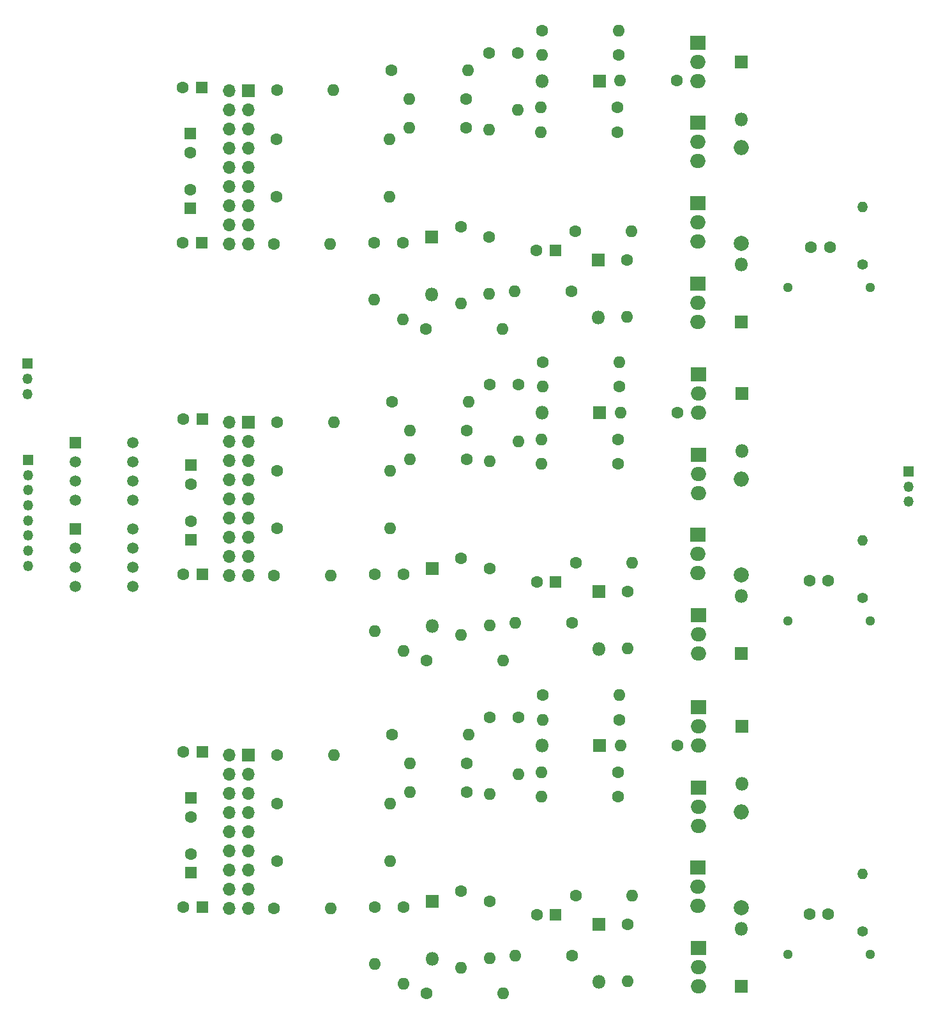
<source format=gbr>
%TF.GenerationSoftware,KiCad,Pcbnew,(5.1.7)-1*%
%TF.CreationDate,2021-02-09T15:47:09-06:00*%
%TF.ProjectId,LED-Driver-Board,4c45442d-4472-4697-9665-722d426f6172,rev?*%
%TF.SameCoordinates,Original*%
%TF.FileFunction,Soldermask,Bot*%
%TF.FilePolarity,Negative*%
%FSLAX46Y46*%
G04 Gerber Fmt 4.6, Leading zero omitted, Abs format (unit mm)*
G04 Created by KiCad (PCBNEW (5.1.7)-1) date 2021-02-09 15:47:09*
%MOMM*%
%LPD*%
G01*
G04 APERTURE LIST*
%ADD10C,1.600000*%
%ADD11O,1.600000X1.600000*%
%ADD12C,1.498600*%
%ADD13R,1.498600X1.498600*%
%ADD14R,2.000000X1.905000*%
%ADD15O,2.000000X1.905000*%
%ADD16R,1.600000X1.600000*%
%ADD17R,1.800000X1.800000*%
%ADD18O,1.800000X1.800000*%
%ADD19R,1.700000X1.700000*%
%ADD20O,1.700000X1.700000*%
%ADD21C,2.000000*%
%ADD22O,2.000000X2.000000*%
%ADD23O,1.400000X1.400000*%
%ADD24C,1.400000*%
%ADD25R,1.350000X1.350000*%
%ADD26O,1.350000X1.350000*%
%ADD27C,1.295400*%
G04 APERTURE END LIST*
D10*
%TO.C,C8*%
X82246000Y-52738000D03*
D11*
X97246000Y-52738000D03*
%TD*%
D10*
%TO.C,C8*%
X82316000Y-96688000D03*
D11*
X97316000Y-96688000D03*
%TD*%
D12*
%TO.C,U2*%
X63246000Y-104394000D03*
X63246000Y-106934000D03*
X63246000Y-109474000D03*
X63246000Y-112014000D03*
X55626000Y-112014000D03*
X55626000Y-109474000D03*
X55626000Y-106934000D03*
D13*
X55626000Y-104394000D03*
%TD*%
D14*
%TO.C,U3*%
X138178000Y-149290000D03*
D15*
X138178000Y-151830000D03*
X138178000Y-154370000D03*
%TD*%
D14*
%TO.C,U4*%
X138188000Y-128010000D03*
D15*
X138188000Y-130550000D03*
X138188000Y-133090000D03*
%TD*%
D10*
%TO.C,C2*%
X114320000Y-129388000D03*
D11*
X114320000Y-136888000D03*
%TD*%
D10*
%TO.C,R5*%
X102128000Y-165964000D03*
D11*
X112288000Y-165964000D03*
%TD*%
D14*
%TO.C,U2*%
X138188000Y-159950000D03*
D15*
X138188000Y-162490000D03*
X138188000Y-165030000D03*
%TD*%
D14*
%TO.C,U5*%
X138188000Y-138650000D03*
D15*
X138188000Y-141190000D03*
X138188000Y-143730000D03*
%TD*%
D10*
%TO.C,C7*%
X107462000Y-135484000D03*
D11*
X99962000Y-135484000D03*
%TD*%
D10*
%TO.C,C13*%
X121448000Y-160940000D03*
D11*
X113948000Y-160940000D03*
%TD*%
D10*
%TO.C,C11*%
X81954000Y-154670000D03*
D11*
X89454000Y-154670000D03*
%TD*%
D16*
%TO.C,C14*%
X70886000Y-140056000D03*
D10*
X70886000Y-142556000D03*
%TD*%
D16*
%TO.C,C15*%
X70886000Y-149962000D03*
D10*
X70886000Y-147462000D03*
%TD*%
D16*
%TO.C,C16*%
X72410000Y-133960000D03*
D10*
X69910000Y-133960000D03*
%TD*%
D16*
%TO.C,C17*%
X72410000Y-154534000D03*
D10*
X69910000Y-154534000D03*
%TD*%
%TO.C,C9*%
X82316000Y-148438000D03*
D11*
X97316000Y-148438000D03*
%TD*%
D10*
%TO.C,C1*%
X128798000Y-156820000D03*
D11*
X128798000Y-164320000D03*
%TD*%
D10*
%TO.C,C3*%
X121940000Y-153010000D03*
D11*
X129440000Y-153010000D03*
%TD*%
D10*
%TO.C,C8*%
X82316000Y-140818000D03*
D11*
X97316000Y-140818000D03*
%TD*%
D10*
%TO.C,C10*%
X82384000Y-134330000D03*
D11*
X89884000Y-134330000D03*
%TD*%
D16*
%TO.C,C12*%
X119288000Y-155520000D03*
D10*
X116788000Y-155520000D03*
%TD*%
%TO.C,C4*%
X110510000Y-153772000D03*
D11*
X110510000Y-161272000D03*
%TD*%
D10*
%TO.C,C5*%
X95270000Y-154534000D03*
D11*
X95270000Y-162034000D03*
%TD*%
D10*
%TO.C,C6*%
X107462000Y-139294000D03*
D11*
X99962000Y-139294000D03*
%TD*%
D10*
%TO.C,R11*%
X97556000Y-131674000D03*
D11*
X107716000Y-131674000D03*
%TD*%
D10*
%TO.C,R7*%
X110510000Y-129388000D03*
D11*
X110510000Y-139548000D03*
%TD*%
D10*
%TO.C,R9*%
X127748000Y-129660000D03*
D11*
X117588000Y-129660000D03*
%TD*%
D10*
%TO.C,C18*%
X135388000Y-133060000D03*
D11*
X127888000Y-133060000D03*
%TD*%
D17*
%TO.C,D3*%
X143928000Y-164990000D03*
D18*
X143928000Y-157370000D03*
%TD*%
D17*
%TO.C,D2*%
X124988000Y-156820000D03*
D18*
X124988000Y-164440000D03*
%TD*%
D10*
%TO.C,R10*%
X117558000Y-126400000D03*
D11*
X127718000Y-126400000D03*
%TD*%
D17*
%TO.C,D4*%
X143968000Y-130530000D03*
D18*
X143968000Y-138150000D03*
%TD*%
D17*
%TO.C,D1*%
X102908000Y-153772000D03*
D18*
X102908000Y-161392000D03*
%TD*%
D17*
%TO.C,D5*%
X125138000Y-133100000D03*
D18*
X117518000Y-133100000D03*
%TD*%
D19*
%TO.C,HDR1*%
X78564000Y-134370000D03*
D20*
X76024000Y-134370000D03*
X78564000Y-136910000D03*
X76024000Y-136910000D03*
X78564000Y-139450000D03*
X76024000Y-139450000D03*
X78564000Y-141990000D03*
X76024000Y-141990000D03*
X78564000Y-144530000D03*
X76024000Y-144530000D03*
X78564000Y-147070000D03*
X76024000Y-147070000D03*
X78564000Y-149610000D03*
X76024000Y-149610000D03*
X78564000Y-152150000D03*
X76024000Y-152150000D03*
X78564000Y-154690000D03*
X76024000Y-154690000D03*
%TD*%
D21*
%TO.C,L1*%
X143928000Y-154600000D03*
D22*
X143928000Y-141900000D03*
%TD*%
D10*
%TO.C,R1*%
X99080000Y-154534000D03*
D11*
X99080000Y-164694000D03*
%TD*%
D10*
%TO.C,R2*%
X106758000Y-152414000D03*
D11*
X106758000Y-162574000D03*
%TD*%
D10*
%TO.C,R4*%
X127518000Y-139890000D03*
D11*
X117358000Y-139890000D03*
%TD*%
D10*
%TO.C,R3*%
X127548000Y-136620000D03*
D11*
X117388000Y-136620000D03*
%TD*%
D14*
%TO.C,U3*%
X138178000Y-105160000D03*
D15*
X138178000Y-107700000D03*
X138178000Y-110240000D03*
%TD*%
D14*
%TO.C,U4*%
X138188000Y-83880000D03*
D15*
X138188000Y-86420000D03*
X138188000Y-88960000D03*
%TD*%
D10*
%TO.C,C2*%
X114320000Y-85258000D03*
D11*
X114320000Y-92758000D03*
%TD*%
D10*
%TO.C,R5*%
X102128000Y-121834000D03*
D11*
X112288000Y-121834000D03*
%TD*%
D14*
%TO.C,U2*%
X138188000Y-115820000D03*
D15*
X138188000Y-118360000D03*
X138188000Y-120900000D03*
%TD*%
D14*
%TO.C,U5*%
X138188000Y-94520000D03*
D15*
X138188000Y-97060000D03*
X138188000Y-99600000D03*
%TD*%
D10*
%TO.C,C7*%
X107462000Y-91354000D03*
D11*
X99962000Y-91354000D03*
%TD*%
D10*
%TO.C,C13*%
X121448000Y-116810000D03*
D11*
X113948000Y-116810000D03*
%TD*%
D10*
%TO.C,C11*%
X81954000Y-110540000D03*
D11*
X89454000Y-110540000D03*
%TD*%
D16*
%TO.C,C14*%
X70886000Y-95926000D03*
D10*
X70886000Y-98426000D03*
%TD*%
D16*
%TO.C,C15*%
X70886000Y-105832000D03*
D10*
X70886000Y-103332000D03*
%TD*%
D16*
%TO.C,C16*%
X72410000Y-89830000D03*
D10*
X69910000Y-89830000D03*
%TD*%
D16*
%TO.C,C17*%
X72410000Y-110404000D03*
D10*
X69910000Y-110404000D03*
%TD*%
%TO.C,C9*%
X82316000Y-104308000D03*
D11*
X97316000Y-104308000D03*
%TD*%
D10*
%TO.C,C1*%
X128798000Y-112690000D03*
D11*
X128798000Y-120190000D03*
%TD*%
D10*
%TO.C,C3*%
X121940000Y-108880000D03*
D11*
X129440000Y-108880000D03*
%TD*%
D10*
%TO.C,C10*%
X82384000Y-90200000D03*
D11*
X89884000Y-90200000D03*
%TD*%
D16*
%TO.C,C12*%
X119288000Y-111390000D03*
D10*
X116788000Y-111390000D03*
%TD*%
%TO.C,C4*%
X110510000Y-109642000D03*
D11*
X110510000Y-117142000D03*
%TD*%
D10*
%TO.C,C5*%
X95270000Y-110404000D03*
D11*
X95270000Y-117904000D03*
%TD*%
D10*
%TO.C,C6*%
X107462000Y-95164000D03*
D11*
X99962000Y-95164000D03*
%TD*%
D10*
%TO.C,R11*%
X97556000Y-87544000D03*
D11*
X107716000Y-87544000D03*
%TD*%
D10*
%TO.C,R7*%
X110510000Y-85258000D03*
D11*
X110510000Y-95418000D03*
%TD*%
D10*
%TO.C,R9*%
X127748000Y-85530000D03*
D11*
X117588000Y-85530000D03*
%TD*%
D10*
%TO.C,C18*%
X135388000Y-88930000D03*
D11*
X127888000Y-88930000D03*
%TD*%
D17*
%TO.C,D3*%
X143928000Y-120860000D03*
D18*
X143928000Y-113240000D03*
%TD*%
D17*
%TO.C,D2*%
X124988000Y-112690000D03*
D18*
X124988000Y-120310000D03*
%TD*%
D10*
%TO.C,R10*%
X117558000Y-82270000D03*
D11*
X127718000Y-82270000D03*
%TD*%
D17*
%TO.C,D4*%
X143968000Y-86400000D03*
D18*
X143968000Y-94020000D03*
%TD*%
D17*
%TO.C,D1*%
X102908000Y-109642000D03*
D18*
X102908000Y-117262000D03*
%TD*%
D17*
%TO.C,D5*%
X125138000Y-88970000D03*
D18*
X117518000Y-88970000D03*
%TD*%
D19*
%TO.C,HDR1*%
X78564000Y-90240000D03*
D20*
X76024000Y-90240000D03*
X78564000Y-92780000D03*
X76024000Y-92780000D03*
X78564000Y-95320000D03*
X76024000Y-95320000D03*
X78564000Y-97860000D03*
X76024000Y-97860000D03*
X78564000Y-100400000D03*
X76024000Y-100400000D03*
X78564000Y-102940000D03*
X76024000Y-102940000D03*
X78564000Y-105480000D03*
X76024000Y-105480000D03*
X78564000Y-108020000D03*
X76024000Y-108020000D03*
X78564000Y-110560000D03*
X76024000Y-110560000D03*
%TD*%
D21*
%TO.C,L1*%
X143928000Y-110470000D03*
D22*
X143928000Y-97770000D03*
%TD*%
D10*
%TO.C,R1*%
X99080000Y-110404000D03*
D11*
X99080000Y-120564000D03*
%TD*%
D10*
%TO.C,R2*%
X106758000Y-108284000D03*
D11*
X106758000Y-118444000D03*
%TD*%
D10*
%TO.C,R4*%
X127518000Y-95760000D03*
D11*
X117358000Y-95760000D03*
%TD*%
D10*
%TO.C,R3*%
X127548000Y-92490000D03*
D11*
X117388000Y-92490000D03*
%TD*%
D14*
%TO.C,U3*%
X138108000Y-61210000D03*
D15*
X138108000Y-63750000D03*
X138108000Y-66290000D03*
%TD*%
D14*
%TO.C,U4*%
X138118000Y-39930000D03*
D15*
X138118000Y-42470000D03*
X138118000Y-45010000D03*
%TD*%
D10*
%TO.C,C2*%
X114250000Y-41308000D03*
D11*
X114250000Y-48808000D03*
%TD*%
D10*
%TO.C,R5*%
X102058000Y-77884000D03*
D11*
X112218000Y-77884000D03*
%TD*%
D14*
%TO.C,U2*%
X138118000Y-71870000D03*
D15*
X138118000Y-74410000D03*
X138118000Y-76950000D03*
%TD*%
D14*
%TO.C,U5*%
X138118000Y-50570000D03*
D15*
X138118000Y-53110000D03*
X138118000Y-55650000D03*
%TD*%
D10*
%TO.C,C7*%
X107392000Y-47404000D03*
D11*
X99892000Y-47404000D03*
%TD*%
D10*
%TO.C,C13*%
X121378000Y-72860000D03*
D11*
X113878000Y-72860000D03*
%TD*%
D10*
%TO.C,C11*%
X81884000Y-66590000D03*
D11*
X89384000Y-66590000D03*
%TD*%
D16*
%TO.C,C14*%
X70816000Y-51976000D03*
D10*
X70816000Y-54476000D03*
%TD*%
D16*
%TO.C,C15*%
X70816000Y-61882000D03*
D10*
X70816000Y-59382000D03*
%TD*%
D16*
%TO.C,C16*%
X72340000Y-45880000D03*
D10*
X69840000Y-45880000D03*
%TD*%
D16*
%TO.C,C17*%
X72340000Y-66454000D03*
D10*
X69840000Y-66454000D03*
%TD*%
%TO.C,C9*%
X82246000Y-60358000D03*
D11*
X97246000Y-60358000D03*
%TD*%
D10*
%TO.C,C1*%
X128728000Y-68740000D03*
D11*
X128728000Y-76240000D03*
%TD*%
D10*
%TO.C,C3*%
X121870000Y-64930000D03*
D11*
X129370000Y-64930000D03*
%TD*%
D10*
%TO.C,C10*%
X82314000Y-46250000D03*
D11*
X89814000Y-46250000D03*
%TD*%
D16*
%TO.C,C12*%
X119218000Y-67440000D03*
D10*
X116718000Y-67440000D03*
%TD*%
%TO.C,C4*%
X110440000Y-65692000D03*
D11*
X110440000Y-73192000D03*
%TD*%
D10*
%TO.C,C5*%
X95200000Y-66454000D03*
D11*
X95200000Y-73954000D03*
%TD*%
D10*
%TO.C,C6*%
X107392000Y-51214000D03*
D11*
X99892000Y-51214000D03*
%TD*%
D10*
%TO.C,R11*%
X97486000Y-43594000D03*
D11*
X107646000Y-43594000D03*
%TD*%
D10*
%TO.C,R7*%
X110440000Y-41308000D03*
D11*
X110440000Y-51468000D03*
%TD*%
D10*
%TO.C,R9*%
X127678000Y-41580000D03*
D11*
X117518000Y-41580000D03*
%TD*%
D10*
%TO.C,C18*%
X135318000Y-44980000D03*
D11*
X127818000Y-44980000D03*
%TD*%
D17*
%TO.C,D3*%
X143858000Y-76910000D03*
D18*
X143858000Y-69290000D03*
%TD*%
D17*
%TO.C,D2*%
X124918000Y-68740000D03*
D18*
X124918000Y-76360000D03*
%TD*%
D10*
%TO.C,R10*%
X117488000Y-38320000D03*
D11*
X127648000Y-38320000D03*
%TD*%
D17*
%TO.C,D4*%
X143898000Y-42450000D03*
D18*
X143898000Y-50070000D03*
%TD*%
D17*
%TO.C,D1*%
X102838000Y-65692000D03*
D18*
X102838000Y-73312000D03*
%TD*%
D17*
%TO.C,D5*%
X125068000Y-45020000D03*
D18*
X117448000Y-45020000D03*
%TD*%
D19*
%TO.C,HDR1*%
X78494000Y-46290000D03*
D20*
X75954000Y-46290000D03*
X78494000Y-48830000D03*
X75954000Y-48830000D03*
X78494000Y-51370000D03*
X75954000Y-51370000D03*
X78494000Y-53910000D03*
X75954000Y-53910000D03*
X78494000Y-56450000D03*
X75954000Y-56450000D03*
X78494000Y-58990000D03*
X75954000Y-58990000D03*
X78494000Y-61530000D03*
X75954000Y-61530000D03*
X78494000Y-64070000D03*
X75954000Y-64070000D03*
X78494000Y-66610000D03*
X75954000Y-66610000D03*
%TD*%
D21*
%TO.C,L1*%
X143858000Y-66520000D03*
D22*
X143858000Y-53820000D03*
%TD*%
D10*
%TO.C,R1*%
X99010000Y-66454000D03*
D11*
X99010000Y-76614000D03*
%TD*%
D10*
%TO.C,R2*%
X106688000Y-64334000D03*
D11*
X106688000Y-74494000D03*
%TD*%
D10*
%TO.C,R4*%
X127448000Y-51810000D03*
D11*
X117288000Y-51810000D03*
%TD*%
D10*
%TO.C,R3*%
X127478000Y-48540000D03*
D11*
X117318000Y-48540000D03*
%TD*%
D12*
%TO.C,U1*%
X63246000Y-92964000D03*
X63246000Y-95504000D03*
X63246000Y-98044000D03*
X63246000Y-100584000D03*
X55626000Y-100584000D03*
X55626000Y-98044000D03*
X55626000Y-95504000D03*
D13*
X55626000Y-92964000D03*
%TD*%
D23*
%TO.C,R6*%
X160020000Y-150114000D03*
D24*
X160020000Y-157734000D03*
%TD*%
D23*
%TO.C,R5*%
X160020000Y-105918000D03*
D24*
X160020000Y-113538000D03*
%TD*%
D23*
%TO.C,R4*%
X160020000Y-61722000D03*
D24*
X160020000Y-69342000D03*
%TD*%
D25*
%TO.C,J3*%
X166116000Y-96774000D03*
D26*
X166116000Y-98774000D03*
X166116000Y-100774000D03*
%TD*%
%TO.C,J2*%
X49228000Y-86478000D03*
X49228000Y-84478000D03*
D25*
X49228000Y-82478000D03*
%TD*%
%TO.C,J1*%
X49308000Y-95250000D03*
D26*
X49308000Y-97250000D03*
X49308000Y-99250000D03*
X49308000Y-101250000D03*
X49308000Y-103250000D03*
X49308000Y-105250000D03*
X49308000Y-107250000D03*
X49308000Y-109250000D03*
%TD*%
D27*
%TO.C,D3*%
X160970001Y-160782000D03*
X150114000Y-160782000D03*
%TD*%
%TO.C,D2*%
X160970001Y-116586000D03*
X150114000Y-116586000D03*
%TD*%
%TO.C,D1*%
X160970001Y-72390000D03*
X150114000Y-72390000D03*
%TD*%
D10*
%TO.C,C3*%
X152948000Y-155448000D03*
X155448000Y-155448000D03*
%TD*%
%TO.C,C2*%
X152948000Y-111252000D03*
X155448000Y-111252000D03*
%TD*%
%TO.C,C1*%
X153162000Y-67056000D03*
X155662000Y-67056000D03*
%TD*%
M02*

</source>
